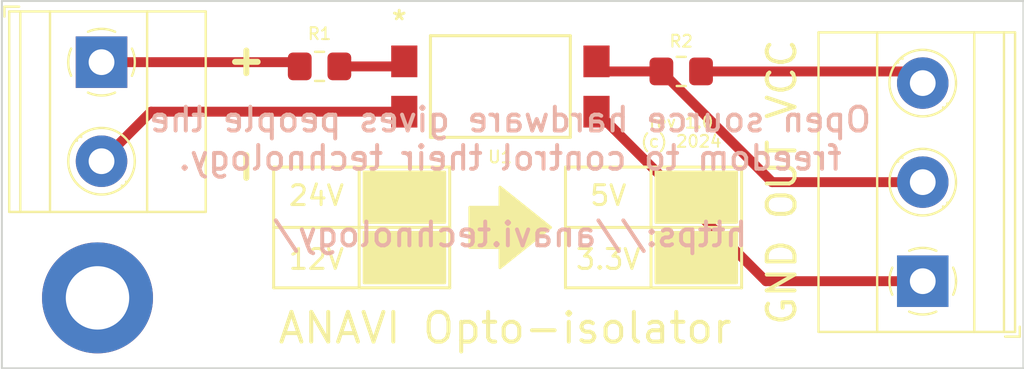
<source format=kicad_pcb>
(kicad_pcb (version 20211014) (generator pcbnew)
  (layers (0 "F.Cu" signal) (31 "B.Cu" signal) (34 "B.Paste" user) (35 "F.Paste" user) (36 "B.SilkS" user "B.Silkscreen") (37 "F.SilkS" user "F.Silkscreen") (38 "B.Mask" user) (39 "F.Mask" user) (44 "Edge.Cuts" user))
  (net 0 "")
  (net 1 "GND1")
  (net 2 "+12V")
  (net 3 "+3V3")
  (net 4 "Net-(J2-Pad2)")
  (net 5 "GND2")
  (net 6 "Net-(R1-Pad2)")
  (footprint "TerminalBlock_Phoenix:TerminalBlock_Phoenix_MKDS-1,5-3_1x03_P5.00mm_Horizontal" (layer "F.Cu") (at 112.268 62.404 90)
    (fp_text reference "J2" hide)
    (fp_text value "Screw_Terminal_01x03" hide)
    (fp_line (start 8.966 1.239) (end 8.931 1.274) (layer "F.SilkS") (width 0.12))
    (fp_line (start 3.773 1.023) (end 3.726 1.069) (layer "F.SilkS") (width 0.12))
    (fp_line (start 6.275 -1.069) (end 6.228 -1.023) (layer "F.SilkS") (width 0.12))
    (fp_line (start 11.07 -1.275) (end 11.035 -1.239) (layer "F.SilkS") (width 0.12))
    (fp_line (start -2.56 4.66) (end 12.56 4.66) (layer "F.SilkS") (width 0.12))
    (fp_line (start -2.56 -2.301) (end 12.56 -2.301) (layer "F.SilkS") (width 0.12))
    (fp_line (start 3.966 1.239) (end 3.931 1.274) (layer "F.SilkS") (width 0.12))
    (fp_line (start 8.773 1.023) (end 8.726 1.069) (layer "F.SilkS") (width 0.12))
    (fp_line (start -2.56 4.1) (end 12.56 4.1) (layer "F.SilkS") (width 0.12))
    (fp_line (start 11.275 -1.069) (end 11.228 -1.023) (layer "F.SilkS") (width 0.12))
    (fp_line (start 6.07 -1.275) (end 6.035 -1.239) (layer "F.SilkS") (width 0.12))
    (fp_line (start -2.56 -5.261) (end 12.56 -5.261) (layer "F.SilkS") (width 0.12))
    (fp_line (start -2.56 -5.261) (end -2.56 4.66) (layer "F.SilkS") (width 0.12))
    (fp_line (start -2.8 4.16) (end -2.8 4.9) (layer "F.SilkS") (width 0.12))
    (fp_line (start 12.56 -5.261) (end 12.56 4.66) (layer "F.SilkS") (width 0.12))
    (fp_line (start -2.56 2.6) (end 12.56 2.6) (layer "F.SilkS") (width 0.12))
    (fp_line (start -2.8 4.9) (end -2.3 4.9) (layer "F.SilkS") (width 0.12))
    (fp_arc (start -0.683042 -1.535427) (mid 0.000524 -1.680501) (end 0.684 -1.535) (layer "F.SilkS") (width 0.12))
    (fp_arc (start -1.535427 0.683042) (mid -1.680501 -0.000524) (end -1.535 -0.684) (layer "F.SilkS") (width 0.12))
    (fp_arc (start 1.535427 -0.683042) (mid 1.680501 0.000524) (end 1.535 0.684) (layer "F.SilkS") (width 0.12))
    (fp_arc (start 0.028805 1.680253) (mid -0.335551 1.646659) (end -0.684 1.535) (layer "F.SilkS") (width 0.12))
    (fp_arc (start 0.683318 1.534756) (mid 0.349292 1.643288) (end 0 1.68) (layer "F.SilkS") (width 0.12))
    (fp_circle (center 5 0) (end 6.68 0) (layer "F.SilkS") (width 0.12) (fill none))
    (fp_circle (center 10 0) (end 11.68 0) (layer "F.SilkS") (width 0.12) (fill none))
    (pad "1" thru_hole rect (at 0 0 90) (size 2.6 2.6) (drill 1.3) (layers *.Cu *.Mask) (net 5 "GND2"))
    (pad "2" thru_hole circle (at 5 0 90) (size 2.6 2.6) (drill 1.3) (layers *.Cu *.Mask) (net 4 "Net-(J2-Pad2)"))
    (pad "3" thru_hole circle (at 10 0 90) (size 2.6 2.6) (drill 1.3) (layers *.Cu *.Mask) (net 3 "+3V3"))
  )
  (footprint "TerminalBlock_Phoenix:TerminalBlock_Phoenix_MKDS-1,5-2_1x02_P5.00mm_Horizontal" (layer "F.Cu") (at 70.815 51.348 -90)
    (fp_text reference "J1" hide)
    (fp_text value "Screw_Terminal_01x02" hide)
    (fp_line (start -2.56 -2.301) (end 7.56 -2.301) (layer "F.SilkS") (width 0.12))
    (fp_line (start -2.56 -5.261) (end 7.56 -5.261) (layer "F.SilkS") (width 0.12))
    (fp_line (start 3.966 1.239) (end 3.931 1.274) (layer "F.SilkS") (width 0.12))
    (fp_line (start -2.8 4.9) (end -2.3 4.9) (layer "F.SilkS") (width 0.12))
    (fp_line (start 3.773 1.023) (end 3.726 1.069) (layer "F.SilkS") (width 0.12))
    (fp_line (start 6.07 -1.275) (end 6.035 -1.239) (layer "F.SilkS") (width 0.12))
    (fp_line (start 6.275 -1.069) (end 6.228 -1.023) (layer "F.SilkS") (width 0.12))
    (fp_line (start -2.56 -5.261) (end -2.56 4.66) (layer "F.SilkS") (width 0.12))
    (fp_line (start 7.56 -5.261) (end 7.56 4.66) (layer "F.SilkS") (width 0.12))
    (fp_line (start -2.56 4.66) (end 7.56 4.66) (layer "F.SilkS") (width 0.12))
    (fp_line (start -2.8 4.16) (end -2.8 4.9) (layer "F.SilkS") (width 0.12))
    (fp_line (start -2.56 4.1) (end 7.56 4.1) (layer "F.SilkS") (width 0.12))
    (fp_line (start -2.56 2.6) (end 7.56 2.6) (layer "F.SilkS") (width 0.12))
    (fp_arc (start -0.683042 -1.535427) (mid 0.000524 -1.680501) (end 0.684 -1.535) (layer "F.SilkS") (width 0.12))
    (fp_arc (start -1.535427 0.683042) (mid -1.680501 -0.000524) (end -1.535 -0.684) (layer "F.SilkS") (width 0.12))
    (fp_arc (start 1.535427 -0.683042) (mid 1.680501 0.000524) (end 1.535 0.684) (layer "F.SilkS") (width 0.12))
    (fp_arc (start 0.028805 1.680253) (mid -0.335551 1.646659) (end -0.684 1.535) (layer "F.SilkS") (width 0.12))
    (fp_arc (start 0.683318 1.534756) (mid 0.349292 1.643288) (end 0 1.68) (layer "F.SilkS") (width 0.12))
    (fp_circle (center 5 0) (end 6.68 0) (layer "F.SilkS") (width 0.12) (fill none))
    (pad "1" thru_hole rect (at 0 0 270) (size 2.6 2.6) (drill 1.3) (layers *.Cu *.Mask) (net 2 "+12V"))
    (pad "2" thru_hole circle (at 5 0 270) (size 2.6 2.6) (drill 1.3) (layers *.Cu *.Mask) (net 1 "GND1"))
  )
  (footprint "el817:EL817S_EVE" (layer "F.Cu") (at 90.948 52.578)
    (fp_text reference "U1" (at -0.016 3.556 unlocked) (layer "F.SilkS") (effects (font (size 0.6 0.6) (thickness 0.1))))
    (fp_text value "EL817")
    (fp_text user "*" (at -5.1054 -3.302 unlocked) (layer "F.SilkS"))
    (fp_line (start -3.5306 -2.5654) (end -3.5306 2.5654) (layer "F.SilkS") (width 0.1524))
    (fp_line (start 3.5306 -2.5654) (end -3.5306 -2.5654) (layer "F.SilkS") (width 0.1524))
    (fp_line (start -3.5306 2.5654) (end 3.5306 2.5654) (layer "F.SilkS") (width 0.1524))
    (fp_line (start 3.5306 2.5654) (end 3.5306 -2.5654) (layer "F.SilkS") (width 0.1524))
    (pad "1" smd rect (at -4.8514 -1.27) (size 1.3208 1.6002) (layers "F.Cu" "F.Paste" "F.Mask") (net 6 "Net-(R1-Pad2)"))
    (pad "2" smd rect (at -4.8514 1.27) (size 1.3208 1.6002) (layers "F.Cu" "F.Paste" "F.Mask") (net 1 "GND1"))
    (pad "3" smd rect (at 4.8514 1.27) (size 1.3208 1.6002) (layers "F.Cu" "F.Paste" "F.Mask") (net 5 "GND2"))
    (pad "4" smd rect (at 4.8514 -1.27) (size 1.3208 1.6002) (layers "F.Cu" "F.Paste" "F.Mask") (net 4 "Net-(J2-Pad2)"))
  )
  (footprint "Resistor_SMD:R_0805_2012Metric_Pad1.20x1.40mm_HandSolder" (layer "F.Cu") (at 81.82 51.562)
    (fp_text reference "R1" (at 0 -1.65) (layer "F.SilkS") (effects (font (size 0.6 0.6) (thickness 0.1))))
    (fp_text value "R")
    (fp_line (start -0.227064 -0.735) (end 0.227064 -0.735) (layer "F.SilkS") (width 0.12))
    (fp_line (start -0.227064 0.735) (end 0.227064 0.735) (layer "F.SilkS") (width 0.12))
    (pad "1" smd roundrect (at -1 0) (size 1.2 1.4) (layers "F.Cu" "F.Paste" "F.Mask") (roundrect_rratio 0.2083333333) (net 2 "+12V"))
    (pad "2" smd roundrect (at 1 0) (size 1.2 1.4) (layers "F.Cu" "F.Paste" "F.Mask") (roundrect_rratio 0.2083333333) (net 6 "Net-(R1-Pad2)"))
  )
  (footprint "Resistor_SMD:R_0805_2012Metric_Pad1.20x1.40mm_HandSolder" (layer "F.Cu") (at 100.076 51.816 180)
    (fp_text reference "R2" (at 0 1.524) (layer "F.SilkS") (effects (font (size 0.6 0.6) (thickness 0.1))))
    (fp_text value "R")
    (fp_line (start -0.227064 0.735) (end 0.227064 0.735) (layer "F.SilkS") (width 0.12))
    (fp_line (start -0.227064 -0.735) (end 0.227064 -0.735) (layer "F.SilkS") (width 0.12))
    (pad "1" smd roundrect (at -1 0 180) (size 1.2 1.4) (layers "F.Cu" "F.Paste" "F.Mask") (roundrect_rratio 0.2083333333) (net 3 "+3V3"))
    (pad "2" smd roundrect (at 1 0 180) (size 1.2 1.4) (layers "F.Cu" "F.Paste" "F.Mask") (roundrect_rratio 0.2083333333) (net 4 "Net-(J2-Pad2)"))
  )
  (footprint "MountingHole:MountingHole_3.2mm_M3_DIN965_Pad" (layer "F.Cu") (at 70.612 63.246)
    (fp_text reference "REF1" hide)
    (fp_text value "MountingHole_3.2mm_M3_DIN965_Pad" hide)
    (pad "1" thru_hole circle (at 0 0) (size 5.6 5.6) (drill 3.2) (layers *.Cu *.Mask))
  )
  (gr_line (start 88.392 62.738) (end 79.502 62.738) (layer "F.SilkS") (width 0.15))
  (gr_line (start 103.124 62.738) (end 94.234 62.738) (layer "F.SilkS") (width 0.15))
  (gr_rect (start 102.87 62.484) (end 98.806 59.944) (layer "F.SilkS") (width 0.15) (fill solid))
  (gr_line (start 103.124 56.642) (end 103.124 62.738) (layer "F.SilkS") (width 0.15))
  (gr_line (start 83.82 56.642) (end 83.82 62.738) (layer "F.SilkS") (width 0.15))
  (gr_line (start 94.234 59.69) (end 103.124 59.69) (layer "F.SilkS") (width 0.15))
  (gr_rect (start 102.87 59.436) (end 98.806 56.896) (layer "F.SilkS") (width 0.15) (fill solid))
  (gr_line (start 98.552 56.642) (end 98.552 62.738) (layer "F.SilkS") (width 0.15))
  (gr_line (start 88.392 56.642) (end 88.392 62.738) (layer "F.SilkS") (width 0.15))
  (gr_rect (start 88.138 59.436) (end 84.074 56.896) (layer "F.SilkS") (width 0.15) (fill solid))
  (gr_line (start 94.234 62.738) (end 94.234 56.642) (layer "F.SilkS") (width 0.15))
  (gr_rect (start 88.138 62.484) (end 84.074 59.944) (layer "F.SilkS") (width 0.15) (fill solid))
  (gr_line (start 79.502 59.69) (end 88.392 59.69) (layer "F.SilkS") (width 0.15))
  (gr_line (start 94.234 56.642) (end 103.124 56.642) (layer "F.SilkS") (width 0.15))
  (gr_line (start 79.502 62.738) (end 79.502 56.642) (layer "F.SilkS") (width 0.15))
  (gr_line (start 79.502 56.642) (end 88.392 56.642) (layer "F.SilkS") (width 0.15))
  (gr_poly (pts (xy 93.472 59.69) (xy 90.932 61.722) (xy 90.932 60.706) (xy 89.408 60.706) (xy 89.408 58.674) (xy 90.932 58.674) (xy 90.932 57.658)) (layer "F.SilkS") (width 0.15) (fill solid))
  (gr_line (start 65.786 66.802) (end 117.348 66.802) (layer "Edge.Cuts") (width 0.1))
  (gr_line (start 117.348 48.26) (end 117.348 66.802) (layer "Edge.Cuts") (width 0.1))
  (gr_line (start 65.786 48.26) (end 65.786 66.802) (layer "Edge.Cuts") (width 0.1))
  (gr_line (start 65.786 48.26) (end 117.348 48.26) (layer "Edge.Cuts") (width 0.1))
  (gr_text "Open source hardware gives people the\nfreedom to control their technology.\n\nhttps://anavi.technology/" (at 91.44 57.15) (layer "B.SilkS") (effects (font (size 1.2 1.2) (thickness 0.2)) (justify mirror)))
  (gr_text "rev 1.0\n(c) 2024" (at 100.076 54.864) (layer "F.SilkS") (effects (font (size 0.6 0.6) (thickness 0.1))))
  (gr_text "ANAVI Opto-isolator" (at 91.186 64.77) (layer "F.SilkS") (effects (font (size 1.5 1.5) (thickness 0.2))))
  (gr_text "5V\n\n3.3V" (at 96.393 59.69) (layer "F.SilkS") (effects (font (size 1 1))))
  (gr_text "GND OUT VCC" (at 105.156 57.404 90) (layer "F.SilkS") (effects (font (size 1.4 1.4) (thickness 0.2))))
  (gr_text "+   -" (at 78.232 53.975 270) (layer "F.SilkS") (effects (font (size 1.5 1.5) (thickness 0.3))))
  (gr_text "24V\n\n12V" (at 81.661 59.69) (layer "F.SilkS") (effects (font (size 1 1))))
  (segment (start 73.315 53.848) (end 70.815 56.348) (width 0.5) (layer "F.Cu") (net 1))
  (segment (start 86.0966 53.848) (end 73.315 53.848) (width 0.5) (layer "F.Cu") (net 1))
  (segment (start 80.82 51.562) (end 80.606 51.348) (width 0.5) (layer "F.Cu") (net 2))
  (segment (start 80.606 51.348) (end 70.815 51.348) (width 0.5) (layer "F.Cu") (net 2))
  (segment (start 101.076 51.816) (end 111.68 51.816) (width 0.5) (layer "F.Cu") (net 3))
  (segment (start 111.68 51.816) (end 112.268 52.404) (width 0.5) (layer "F.Cu") (net 3))
  (segment (start 96.3074 51.816) (end 95.7994 51.308) (width 0.5) (layer "F.Cu") (net 4))
  (segment (start 112.268 57.404) (end 104.664 57.404) (width 0.5) (layer "F.Cu") (net 4))
  (segment (start 104.664 57.404) (end 99.076 51.816) (width 0.5) (layer "F.Cu") (net 4))
  (segment (start 99.076 51.816) (end 96.3074 51.816) (width 0.5) (layer "F.Cu") (net 4))
  (segment (start 104.3554 62.404) (end 112.268 62.404) (width 0.5) (layer "F.Cu") (net 5))
  (segment (start 95.7994 53.848) (end 104.3554 62.404) (width 0.5) (layer "F.Cu") (net 5))
  (segment (start 85.8426 51.562) (end 86.0966 51.308) (width 0.5) (layer "F.Cu") (net 6))
  (segment (start 82.82 51.562) (end 85.8426 51.562) (width 0.5) (layer "F.Cu") (net 6))
)
</source>
